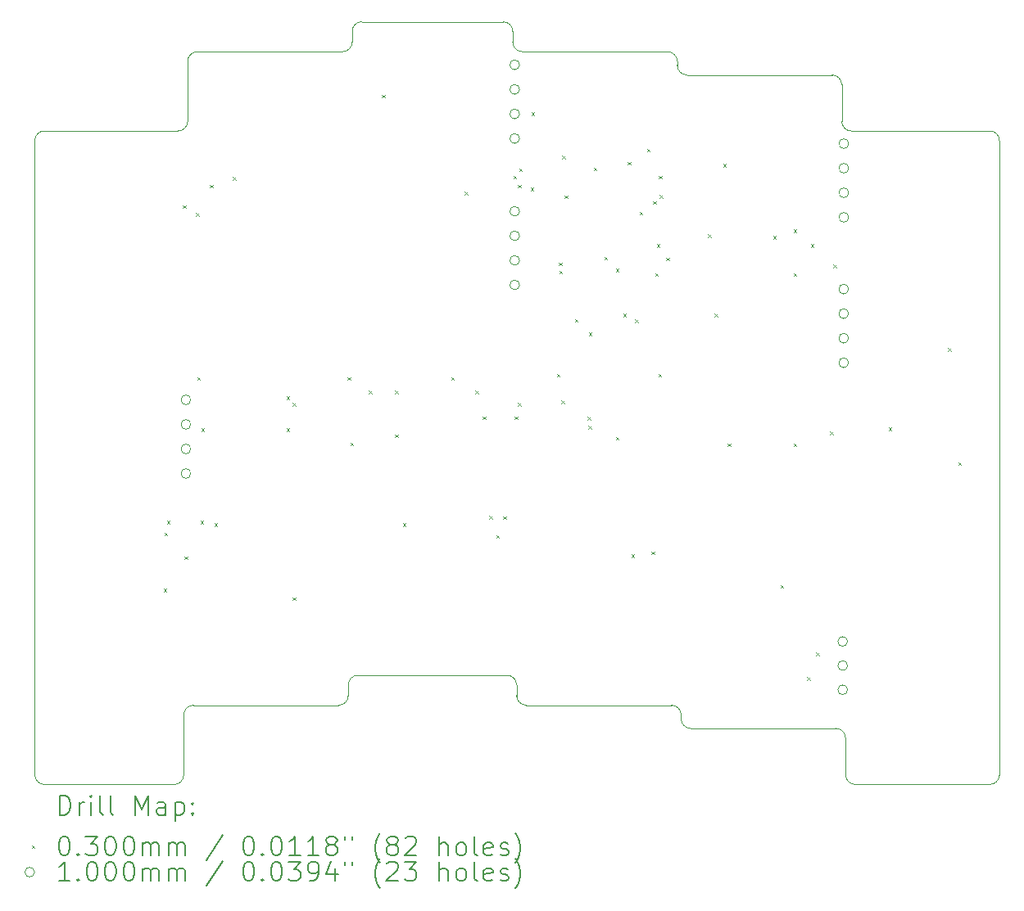
<source format=gbr>
%TF.GenerationSoftware,KiCad,Pcbnew,9.0.0*%
%TF.CreationDate,2025-04-19T15:23:17+09:00*%
%TF.ProjectId,nofy_V2_L,6e6f6679-5f56-4325-9f4c-2e6b69636164,rev?*%
%TF.SameCoordinates,Original*%
%TF.FileFunction,Drillmap*%
%TF.FilePolarity,Positive*%
%FSLAX45Y45*%
G04 Gerber Fmt 4.5, Leading zero omitted, Abs format (unit mm)*
G04 Created by KiCad (PCBNEW 9.0.0) date 2025-04-19 15:23:17*
%MOMM*%
%LPD*%
G01*
G04 APERTURE LIST*
%ADD10C,0.050000*%
%ADD11C,0.200000*%
%ADD12C,0.100000*%
G04 APERTURE END LIST*
D10*
X3266786Y-9873214D02*
G75*
G02*
X3366786Y-9773207I100004J4D01*
G01*
X10006787Y-10013214D02*
G75*
G02*
X10106787Y-10113214I4J-99997D01*
G01*
X8466787Y-3253213D02*
X9966787Y-3253213D01*
X8466787Y-3253213D02*
G75*
G02*
X8366786Y-3153213I4J100004D01*
G01*
X8306786Y-9773214D02*
G75*
G02*
X8406787Y-9873214I4J-99997D01*
G01*
X6666786Y-2803213D02*
X6666786Y-2913213D01*
X8506787Y-10013214D02*
G75*
G02*
X8406787Y-9913214I4J100004D01*
G01*
X1826786Y-10593214D02*
G75*
G02*
X1726786Y-10493214I4J100004D01*
G01*
X5006787Y-2803213D02*
G75*
G02*
X5106787Y-2703207I100004J4D01*
G01*
X11596786Y-3833213D02*
X10166787Y-3833213D01*
X6766786Y-3013213D02*
G75*
G02*
X6666786Y-2913213I4J100004D01*
G01*
X5106787Y-2703214D02*
X6566786Y-2703214D01*
X1826786Y-3833213D02*
X3206786Y-3833213D01*
X8266786Y-3013213D02*
G75*
G02*
X8366786Y-3113213I4J-99997D01*
G01*
X6766786Y-3013213D02*
X8266786Y-3013213D01*
X1726786Y-3933213D02*
G75*
G02*
X1826786Y-3833213I100000J1D01*
G01*
X6566786Y-2703214D02*
G75*
G02*
X6666786Y-2803213I4J-99996D01*
G01*
X3266786Y-9873214D02*
X3266786Y-10493214D01*
X10066787Y-3353213D02*
X10066787Y-3732838D01*
X5006787Y-2913213D02*
X5006787Y-2803213D01*
X10166787Y-3833213D02*
G75*
G02*
X10066787Y-3733213I4J100004D01*
G01*
X9966787Y-3253213D02*
G75*
G02*
X10066787Y-3353213I4J-99997D01*
G01*
X8306786Y-9773214D02*
X6806786Y-9773214D01*
X3306786Y-3733213D02*
G75*
G02*
X3206786Y-3833206I-99997J3D01*
G01*
X1726786Y-10493214D02*
X1726786Y-3933213D01*
X4966787Y-9673214D02*
G75*
G02*
X4866787Y-9773207I-99997J4D01*
G01*
X4866787Y-9773214D02*
X3366786Y-9773214D01*
X6706786Y-9673214D02*
X6706786Y-9563214D01*
X3306786Y-3733213D02*
X3306786Y-3113213D01*
X6606786Y-9463214D02*
G75*
G02*
X6706786Y-9563214I4J-99997D01*
G01*
X11596786Y-3833213D02*
G75*
G02*
X11696786Y-3933213I4J-99997D01*
G01*
X11596786Y-10593214D02*
X10206787Y-10593214D01*
X3266786Y-10493214D02*
G75*
G02*
X3166786Y-10593207I-99997J4D01*
G01*
X10206787Y-10593214D02*
G75*
G02*
X10106787Y-10493214I4J100004D01*
G01*
X4966787Y-9563214D02*
G75*
G02*
X5066787Y-9463207I100004J4D01*
G01*
X4966787Y-9563214D02*
X4966787Y-9673214D01*
X10006787Y-10013214D02*
X8506787Y-10013214D01*
X10106787Y-10493214D02*
X10106787Y-10113214D01*
X11696786Y-10493214D02*
G75*
G02*
X11596786Y-10593207I-99997J4D01*
G01*
X5006787Y-2913213D02*
G75*
G02*
X4906787Y-3013206I-99997J4D01*
G01*
X3406786Y-3013213D02*
X4906787Y-3013213D01*
X3306786Y-3113213D02*
G75*
G02*
X3406786Y-3013206I100004J4D01*
G01*
X8406787Y-9913214D02*
X8406787Y-9873214D01*
X3166786Y-10593214D02*
X1826786Y-10593214D01*
X11696786Y-10493214D02*
X11696786Y-3933213D01*
X8366786Y-3113213D02*
X8366786Y-3153213D01*
X6606786Y-9463214D02*
X5066787Y-9463214D01*
X6806786Y-9773214D02*
G75*
G02*
X6706786Y-9673214I4J100004D01*
G01*
D11*
D12*
X3057998Y-8569551D02*
X3087998Y-8599551D01*
X3087998Y-8569551D02*
X3057998Y-8599551D01*
X3064796Y-7987883D02*
X3094796Y-8017883D01*
X3094796Y-7987883D02*
X3064796Y-8017883D01*
X3093626Y-7865243D02*
X3123626Y-7895243D01*
X3123626Y-7865243D02*
X3093626Y-7895243D01*
X3256786Y-4603214D02*
X3286786Y-4633214D01*
X3286786Y-4603214D02*
X3256786Y-4633214D01*
X3275706Y-8235013D02*
X3305706Y-8265013D01*
X3305706Y-8235013D02*
X3275706Y-8265013D01*
X3394016Y-4682254D02*
X3424016Y-4712254D01*
X3424016Y-4682254D02*
X3394016Y-4712254D01*
X3406696Y-6378413D02*
X3436696Y-6408413D01*
X3436696Y-6378413D02*
X3406696Y-6408413D01*
X3438736Y-7865243D02*
X3468736Y-7895243D01*
X3468736Y-7865243D02*
X3438736Y-7895243D01*
X3446666Y-6906353D02*
X3476666Y-6936353D01*
X3476666Y-6906353D02*
X3446666Y-6936353D01*
X3535096Y-4389224D02*
X3565096Y-4419224D01*
X3565096Y-4389224D02*
X3535096Y-4419224D01*
X3583516Y-7891823D02*
X3613516Y-7921823D01*
X3613516Y-7891823D02*
X3583516Y-7921823D01*
X3774286Y-4307044D02*
X3804286Y-4337044D01*
X3804286Y-4307044D02*
X3774286Y-4337044D01*
X4328137Y-6580243D02*
X4358137Y-6610243D01*
X4358137Y-6580243D02*
X4328137Y-6610243D01*
X4328137Y-6906353D02*
X4358137Y-6936353D01*
X4358137Y-6906353D02*
X4328137Y-6936353D01*
X4393637Y-6645423D02*
X4423637Y-6675423D01*
X4423637Y-6645423D02*
X4393637Y-6675423D01*
X4393637Y-8658044D02*
X4423637Y-8688044D01*
X4423637Y-8658044D02*
X4393637Y-8688044D01*
X4956787Y-6378413D02*
X4986787Y-6408413D01*
X4986787Y-6378413D02*
X4956787Y-6408413D01*
X4986787Y-7055953D02*
X5016787Y-7085953D01*
X5016787Y-7055953D02*
X4986787Y-7085953D01*
X5179967Y-6520063D02*
X5209967Y-6550063D01*
X5209967Y-6520063D02*
X5179967Y-6550063D01*
X5316787Y-3458213D02*
X5346787Y-3488213D01*
X5346787Y-3458213D02*
X5316787Y-3488213D01*
X5450667Y-6520063D02*
X5480667Y-6550063D01*
X5480667Y-6520063D02*
X5450667Y-6550063D01*
X5450667Y-6972573D02*
X5480667Y-7002573D01*
X5480667Y-6972573D02*
X5450667Y-7002573D01*
X5531547Y-7891823D02*
X5561547Y-7921823D01*
X5561547Y-7891823D02*
X5531547Y-7921823D01*
X6030046Y-6378413D02*
X6060046Y-6408413D01*
X6060046Y-6378413D02*
X6030046Y-6408413D01*
X6169286Y-4462924D02*
X6199286Y-4492924D01*
X6199286Y-4462924D02*
X6169286Y-4492924D01*
X6277796Y-6520063D02*
X6307796Y-6550063D01*
X6307796Y-6520063D02*
X6277796Y-6550063D01*
X6355576Y-6783853D02*
X6385576Y-6813853D01*
X6385576Y-6783853D02*
X6355576Y-6813853D01*
X6421786Y-7813213D02*
X6451786Y-7843213D01*
X6451786Y-7813213D02*
X6421786Y-7843213D01*
X6496196Y-8014943D02*
X6526196Y-8044943D01*
X6526196Y-8014943D02*
X6496196Y-8044943D01*
X6566786Y-7818213D02*
X6596786Y-7848213D01*
X6596786Y-7818213D02*
X6566786Y-7848213D01*
X6671786Y-4295524D02*
X6701786Y-4325524D01*
X6701786Y-4295524D02*
X6671786Y-4325524D01*
X6686626Y-6783853D02*
X6716626Y-6813853D01*
X6716626Y-6783853D02*
X6686626Y-6813853D01*
X6718896Y-6645423D02*
X6748896Y-6675423D01*
X6748896Y-6645423D02*
X6718896Y-6675423D01*
X6722306Y-4389224D02*
X6752306Y-4419224D01*
X6752306Y-4389224D02*
X6722306Y-4419224D01*
X6732786Y-4218834D02*
X6762786Y-4248834D01*
X6762786Y-4218834D02*
X6732786Y-4248834D01*
X6852956Y-4418214D02*
X6882956Y-4448214D01*
X6882956Y-4418214D02*
X6852956Y-4448214D01*
X6861496Y-3642213D02*
X6891496Y-3672213D01*
X6891496Y-3642213D02*
X6861496Y-3672213D01*
X7122316Y-6344773D02*
X7152316Y-6374773D01*
X7152316Y-6344773D02*
X7122316Y-6374773D01*
X7142466Y-5195554D02*
X7172466Y-5225554D01*
X7172466Y-5195554D02*
X7142466Y-5225554D01*
X7145796Y-5278124D02*
X7175796Y-5308124D01*
X7175796Y-5278124D02*
X7145796Y-5308124D01*
X7171106Y-6620413D02*
X7201106Y-6650413D01*
X7201106Y-6620413D02*
X7171106Y-6650413D01*
X7177676Y-4090293D02*
X7207676Y-4120293D01*
X7207676Y-4090293D02*
X7177676Y-4120293D01*
X7202636Y-4500714D02*
X7232636Y-4530714D01*
X7232636Y-4500714D02*
X7202636Y-4530714D01*
X7306946Y-5778213D02*
X7336946Y-5808213D01*
X7336946Y-5778213D02*
X7306946Y-5808213D01*
X7440000Y-6790000D02*
X7470000Y-6820000D01*
X7470000Y-6790000D02*
X7440000Y-6820000D01*
X7446021Y-6880874D02*
X7476021Y-6910874D01*
X7476021Y-6880874D02*
X7446021Y-6910874D01*
X7454131Y-5917083D02*
X7484131Y-5947083D01*
X7484131Y-5917083D02*
X7454131Y-5947083D01*
X7504086Y-4211564D02*
X7534086Y-4241564D01*
X7534086Y-4211564D02*
X7504086Y-4241564D01*
X7614466Y-5134824D02*
X7644466Y-5164824D01*
X7644466Y-5134824D02*
X7614466Y-5164824D01*
X7730556Y-5256414D02*
X7760556Y-5286414D01*
X7760556Y-5256414D02*
X7730556Y-5286414D01*
X7733526Y-6998673D02*
X7763526Y-7028673D01*
X7763526Y-6998673D02*
X7733526Y-7028673D01*
X7807476Y-5721693D02*
X7837476Y-5751693D01*
X7837476Y-5721693D02*
X7807476Y-5751693D01*
X7854846Y-4151393D02*
X7884846Y-4181393D01*
X7884846Y-4151393D02*
X7854846Y-4181393D01*
X7892846Y-8212433D02*
X7922846Y-8242433D01*
X7922846Y-8212433D02*
X7892846Y-8242433D01*
X7929286Y-5783213D02*
X7959286Y-5813213D01*
X7959286Y-5783213D02*
X7929286Y-5813213D01*
X7976666Y-4667474D02*
X8006666Y-4697474D01*
X8006666Y-4667474D02*
X7976666Y-4697474D01*
X8053216Y-4016303D02*
X8083216Y-4046303D01*
X8083216Y-4016303D02*
X8053216Y-4046303D01*
X8098846Y-8181673D02*
X8128846Y-8211673D01*
X8128846Y-8181673D02*
X8098846Y-8211673D01*
X8116526Y-4560884D02*
X8146526Y-4590884D01*
X8146526Y-4560884D02*
X8116526Y-4590884D01*
X8137826Y-5303384D02*
X8167826Y-5333384D01*
X8167826Y-5303384D02*
X8137826Y-5333384D01*
X8153946Y-5004734D02*
X8183946Y-5034734D01*
X8183946Y-5004734D02*
X8153946Y-5034734D01*
X8172806Y-6344773D02*
X8202806Y-6374773D01*
X8202806Y-6344773D02*
X8172806Y-6374773D01*
X8176526Y-4295524D02*
X8206526Y-4325524D01*
X8206526Y-4295524D02*
X8176526Y-4325524D01*
X8183326Y-4493194D02*
X8213326Y-4523194D01*
X8213326Y-4493194D02*
X8183326Y-4523194D01*
X8254136Y-5141984D02*
X8284136Y-5171984D01*
X8284136Y-5141984D02*
X8254136Y-5171984D01*
X8683297Y-4902714D02*
X8713297Y-4932714D01*
X8713297Y-4902714D02*
X8683297Y-4932714D01*
X8750827Y-5721693D02*
X8780827Y-5751693D01*
X8780827Y-5721693D02*
X8750827Y-5751693D01*
X8840127Y-4175023D02*
X8870127Y-4205024D01*
X8870127Y-4175023D02*
X8840127Y-4205024D01*
X8887197Y-7064663D02*
X8917197Y-7094663D01*
X8917197Y-7064663D02*
X8887197Y-7094663D01*
X9356787Y-4919094D02*
X9386787Y-4949094D01*
X9386787Y-4919094D02*
X9356787Y-4949094D01*
X9431787Y-8528214D02*
X9461787Y-8558214D01*
X9461787Y-8528214D02*
X9431787Y-8558214D01*
X9568037Y-4849904D02*
X9598037Y-4879904D01*
X9598037Y-4849904D02*
X9568037Y-4879904D01*
X9569287Y-5303384D02*
X9599287Y-5333384D01*
X9599287Y-5303384D02*
X9569287Y-5333384D01*
X9569287Y-7064663D02*
X9599287Y-7094663D01*
X9599287Y-7064663D02*
X9569287Y-7094663D01*
X9706787Y-9483214D02*
X9736787Y-9513214D01*
X9736787Y-9483214D02*
X9706787Y-9513214D01*
X9747777Y-5004734D02*
X9777777Y-5034734D01*
X9777777Y-5004734D02*
X9747777Y-5034734D01*
X9801787Y-9228214D02*
X9831787Y-9258214D01*
X9831787Y-9228214D02*
X9801787Y-9258214D01*
X9945277Y-6941303D02*
X9975277Y-6971303D01*
X9975277Y-6941303D02*
X9945277Y-6971303D01*
X9978287Y-5213634D02*
X10008287Y-5243634D01*
X10008287Y-5213634D02*
X9978287Y-5243634D01*
X10550407Y-6898383D02*
X10580407Y-6928383D01*
X10580407Y-6898383D02*
X10550407Y-6928383D01*
X11166737Y-6077383D02*
X11196736Y-6107383D01*
X11196736Y-6077383D02*
X11166737Y-6107383D01*
X11269286Y-7258243D02*
X11299286Y-7288243D01*
X11299286Y-7258243D02*
X11269286Y-7288243D01*
X3338286Y-6613713D02*
G75*
G02*
X3238286Y-6613713I-50000J0D01*
G01*
X3238286Y-6613713D02*
G75*
G02*
X3338286Y-6613713I50000J0D01*
G01*
X3338286Y-6867713D02*
G75*
G02*
X3238286Y-6867713I-50000J0D01*
G01*
X3238286Y-6867713D02*
G75*
G02*
X3338286Y-6867713I50000J0D01*
G01*
X3338286Y-7121713D02*
G75*
G02*
X3238286Y-7121713I-50000J0D01*
G01*
X3238286Y-7121713D02*
G75*
G02*
X3338286Y-7121713I50000J0D01*
G01*
X3338286Y-7375713D02*
G75*
G02*
X3238286Y-7375713I-50000J0D01*
G01*
X3238286Y-7375713D02*
G75*
G02*
X3338286Y-7375713I50000J0D01*
G01*
X6736786Y-3149213D02*
G75*
G02*
X6636786Y-3149213I-50000J0D01*
G01*
X6636786Y-3149213D02*
G75*
G02*
X6736786Y-3149213I50000J0D01*
G01*
X6736786Y-3403213D02*
G75*
G02*
X6636786Y-3403213I-50000J0D01*
G01*
X6636786Y-3403213D02*
G75*
G02*
X6736786Y-3403213I50000J0D01*
G01*
X6736786Y-3657213D02*
G75*
G02*
X6636786Y-3657213I-50000J0D01*
G01*
X6636786Y-3657213D02*
G75*
G02*
X6736786Y-3657213I50000J0D01*
G01*
X6736786Y-3911213D02*
G75*
G02*
X6636786Y-3911213I-50000J0D01*
G01*
X6636786Y-3911213D02*
G75*
G02*
X6736786Y-3911213I50000J0D01*
G01*
X6736786Y-4663714D02*
G75*
G02*
X6636786Y-4663714I-50000J0D01*
G01*
X6636786Y-4663714D02*
G75*
G02*
X6736786Y-4663714I50000J0D01*
G01*
X6736786Y-4917714D02*
G75*
G02*
X6636786Y-4917714I-50000J0D01*
G01*
X6636786Y-4917714D02*
G75*
G02*
X6736786Y-4917714I50000J0D01*
G01*
X6736786Y-5171714D02*
G75*
G02*
X6636786Y-5171714I-50000J0D01*
G01*
X6636786Y-5171714D02*
G75*
G02*
X6736786Y-5171714I50000J0D01*
G01*
X6736786Y-5425714D02*
G75*
G02*
X6636786Y-5425714I-50000J0D01*
G01*
X6636786Y-5425714D02*
G75*
G02*
X6736786Y-5425714I50000J0D01*
G01*
X10126787Y-9113214D02*
G75*
G02*
X10026787Y-9113214I-50000J0D01*
G01*
X10026787Y-9113214D02*
G75*
G02*
X10126787Y-9113214I50000J0D01*
G01*
X10126787Y-9363214D02*
G75*
G02*
X10026787Y-9363214I-50000J0D01*
G01*
X10026787Y-9363214D02*
G75*
G02*
X10126787Y-9363214I50000J0D01*
G01*
X10126787Y-9613214D02*
G75*
G02*
X10026787Y-9613214I-50000J0D01*
G01*
X10026787Y-9613214D02*
G75*
G02*
X10126787Y-9613214I50000J0D01*
G01*
X10136787Y-5469214D02*
G75*
G02*
X10036787Y-5469214I-50000J0D01*
G01*
X10036787Y-5469214D02*
G75*
G02*
X10136787Y-5469214I50000J0D01*
G01*
X10136787Y-5723213D02*
G75*
G02*
X10036787Y-5723213I-50000J0D01*
G01*
X10036787Y-5723213D02*
G75*
G02*
X10136787Y-5723213I50000J0D01*
G01*
X10136787Y-5977213D02*
G75*
G02*
X10036787Y-5977213I-50000J0D01*
G01*
X10036787Y-5977213D02*
G75*
G02*
X10136787Y-5977213I50000J0D01*
G01*
X10136787Y-6231213D02*
G75*
G02*
X10036787Y-6231213I-50000J0D01*
G01*
X10036787Y-6231213D02*
G75*
G02*
X10136787Y-6231213I50000J0D01*
G01*
X10138287Y-3963713D02*
G75*
G02*
X10038287Y-3963713I-50000J0D01*
G01*
X10038287Y-3963713D02*
G75*
G02*
X10138287Y-3963713I50000J0D01*
G01*
X10138287Y-4217714D02*
G75*
G02*
X10038287Y-4217714I-50000J0D01*
G01*
X10038287Y-4217714D02*
G75*
G02*
X10138287Y-4217714I50000J0D01*
G01*
X10138287Y-4471714D02*
G75*
G02*
X10038287Y-4471714I-50000J0D01*
G01*
X10038287Y-4471714D02*
G75*
G02*
X10138287Y-4471714I50000J0D01*
G01*
X10138287Y-4725714D02*
G75*
G02*
X10038287Y-4725714I-50000J0D01*
G01*
X10038287Y-4725714D02*
G75*
G02*
X10138287Y-4725714I50000J0D01*
G01*
D11*
X1985063Y-10907197D02*
X1985063Y-10707197D01*
X1985063Y-10707197D02*
X2032682Y-10707197D01*
X2032682Y-10707197D02*
X2061254Y-10716721D01*
X2061254Y-10716721D02*
X2080301Y-10735769D01*
X2080301Y-10735769D02*
X2089825Y-10754816D01*
X2089825Y-10754816D02*
X2099349Y-10792912D01*
X2099349Y-10792912D02*
X2099349Y-10821483D01*
X2099349Y-10821483D02*
X2089825Y-10859578D01*
X2089825Y-10859578D02*
X2080301Y-10878626D01*
X2080301Y-10878626D02*
X2061254Y-10897674D01*
X2061254Y-10897674D02*
X2032682Y-10907197D01*
X2032682Y-10907197D02*
X1985063Y-10907197D01*
X2185063Y-10907197D02*
X2185063Y-10773864D01*
X2185063Y-10811959D02*
X2194587Y-10792912D01*
X2194587Y-10792912D02*
X2204111Y-10783388D01*
X2204111Y-10783388D02*
X2223159Y-10773864D01*
X2223159Y-10773864D02*
X2242206Y-10773864D01*
X2308873Y-10907197D02*
X2308873Y-10773864D01*
X2308873Y-10707197D02*
X2299349Y-10716721D01*
X2299349Y-10716721D02*
X2308873Y-10726245D01*
X2308873Y-10726245D02*
X2318397Y-10716721D01*
X2318397Y-10716721D02*
X2308873Y-10707197D01*
X2308873Y-10707197D02*
X2308873Y-10726245D01*
X2432682Y-10907197D02*
X2413635Y-10897674D01*
X2413635Y-10897674D02*
X2404111Y-10878626D01*
X2404111Y-10878626D02*
X2404111Y-10707197D01*
X2537444Y-10907197D02*
X2518397Y-10897674D01*
X2518397Y-10897674D02*
X2508873Y-10878626D01*
X2508873Y-10878626D02*
X2508873Y-10707197D01*
X2766016Y-10907197D02*
X2766016Y-10707197D01*
X2766016Y-10707197D02*
X2832682Y-10850054D01*
X2832682Y-10850054D02*
X2899349Y-10707197D01*
X2899349Y-10707197D02*
X2899349Y-10907197D01*
X3080301Y-10907197D02*
X3080301Y-10802435D01*
X3080301Y-10802435D02*
X3070778Y-10783388D01*
X3070778Y-10783388D02*
X3051730Y-10773864D01*
X3051730Y-10773864D02*
X3013635Y-10773864D01*
X3013635Y-10773864D02*
X2994587Y-10783388D01*
X3080301Y-10897674D02*
X3061254Y-10907197D01*
X3061254Y-10907197D02*
X3013635Y-10907197D01*
X3013635Y-10907197D02*
X2994587Y-10897674D01*
X2994587Y-10897674D02*
X2985063Y-10878626D01*
X2985063Y-10878626D02*
X2985063Y-10859578D01*
X2985063Y-10859578D02*
X2994587Y-10840531D01*
X2994587Y-10840531D02*
X3013635Y-10831007D01*
X3013635Y-10831007D02*
X3061254Y-10831007D01*
X3061254Y-10831007D02*
X3080301Y-10821483D01*
X3175539Y-10773864D02*
X3175539Y-10973864D01*
X3175539Y-10783388D02*
X3194587Y-10773864D01*
X3194587Y-10773864D02*
X3232682Y-10773864D01*
X3232682Y-10773864D02*
X3251730Y-10783388D01*
X3251730Y-10783388D02*
X3261254Y-10792912D01*
X3261254Y-10792912D02*
X3270778Y-10811959D01*
X3270778Y-10811959D02*
X3270778Y-10869102D01*
X3270778Y-10869102D02*
X3261254Y-10888150D01*
X3261254Y-10888150D02*
X3251730Y-10897674D01*
X3251730Y-10897674D02*
X3232682Y-10907197D01*
X3232682Y-10907197D02*
X3194587Y-10907197D01*
X3194587Y-10907197D02*
X3175539Y-10897674D01*
X3356492Y-10888150D02*
X3366016Y-10897674D01*
X3366016Y-10897674D02*
X3356492Y-10907197D01*
X3356492Y-10907197D02*
X3346968Y-10897674D01*
X3346968Y-10897674D02*
X3356492Y-10888150D01*
X3356492Y-10888150D02*
X3356492Y-10907197D01*
X3356492Y-10783388D02*
X3366016Y-10792912D01*
X3366016Y-10792912D02*
X3356492Y-10802435D01*
X3356492Y-10802435D02*
X3346968Y-10792912D01*
X3346968Y-10792912D02*
X3356492Y-10783388D01*
X3356492Y-10783388D02*
X3356492Y-10802435D01*
D12*
X1694286Y-11220713D02*
X1724286Y-11250713D01*
X1724286Y-11220713D02*
X1694286Y-11250713D01*
D11*
X2023158Y-11127197D02*
X2042206Y-11127197D01*
X2042206Y-11127197D02*
X2061254Y-11136721D01*
X2061254Y-11136721D02*
X2070778Y-11146245D01*
X2070778Y-11146245D02*
X2080301Y-11165293D01*
X2080301Y-11165293D02*
X2089825Y-11203388D01*
X2089825Y-11203388D02*
X2089825Y-11251007D01*
X2089825Y-11251007D02*
X2080301Y-11289102D01*
X2080301Y-11289102D02*
X2070778Y-11308150D01*
X2070778Y-11308150D02*
X2061254Y-11317673D01*
X2061254Y-11317673D02*
X2042206Y-11327197D01*
X2042206Y-11327197D02*
X2023158Y-11327197D01*
X2023158Y-11327197D02*
X2004111Y-11317673D01*
X2004111Y-11317673D02*
X1994587Y-11308150D01*
X1994587Y-11308150D02*
X1985063Y-11289102D01*
X1985063Y-11289102D02*
X1975539Y-11251007D01*
X1975539Y-11251007D02*
X1975539Y-11203388D01*
X1975539Y-11203388D02*
X1985063Y-11165293D01*
X1985063Y-11165293D02*
X1994587Y-11146245D01*
X1994587Y-11146245D02*
X2004111Y-11136721D01*
X2004111Y-11136721D02*
X2023158Y-11127197D01*
X2175540Y-11308150D02*
X2185063Y-11317673D01*
X2185063Y-11317673D02*
X2175540Y-11327197D01*
X2175540Y-11327197D02*
X2166016Y-11317673D01*
X2166016Y-11317673D02*
X2175540Y-11308150D01*
X2175540Y-11308150D02*
X2175540Y-11327197D01*
X2251730Y-11127197D02*
X2375540Y-11127197D01*
X2375540Y-11127197D02*
X2308873Y-11203388D01*
X2308873Y-11203388D02*
X2337444Y-11203388D01*
X2337444Y-11203388D02*
X2356492Y-11212911D01*
X2356492Y-11212911D02*
X2366016Y-11222435D01*
X2366016Y-11222435D02*
X2375540Y-11241483D01*
X2375540Y-11241483D02*
X2375540Y-11289102D01*
X2375540Y-11289102D02*
X2366016Y-11308150D01*
X2366016Y-11308150D02*
X2356492Y-11317673D01*
X2356492Y-11317673D02*
X2337444Y-11327197D01*
X2337444Y-11327197D02*
X2280301Y-11327197D01*
X2280301Y-11327197D02*
X2261254Y-11317673D01*
X2261254Y-11317673D02*
X2251730Y-11308150D01*
X2499349Y-11127197D02*
X2518397Y-11127197D01*
X2518397Y-11127197D02*
X2537444Y-11136721D01*
X2537444Y-11136721D02*
X2546968Y-11146245D01*
X2546968Y-11146245D02*
X2556492Y-11165293D01*
X2556492Y-11165293D02*
X2566016Y-11203388D01*
X2566016Y-11203388D02*
X2566016Y-11251007D01*
X2566016Y-11251007D02*
X2556492Y-11289102D01*
X2556492Y-11289102D02*
X2546968Y-11308150D01*
X2546968Y-11308150D02*
X2537444Y-11317673D01*
X2537444Y-11317673D02*
X2518397Y-11327197D01*
X2518397Y-11327197D02*
X2499349Y-11327197D01*
X2499349Y-11327197D02*
X2480301Y-11317673D01*
X2480301Y-11317673D02*
X2470778Y-11308150D01*
X2470778Y-11308150D02*
X2461254Y-11289102D01*
X2461254Y-11289102D02*
X2451730Y-11251007D01*
X2451730Y-11251007D02*
X2451730Y-11203388D01*
X2451730Y-11203388D02*
X2461254Y-11165293D01*
X2461254Y-11165293D02*
X2470778Y-11146245D01*
X2470778Y-11146245D02*
X2480301Y-11136721D01*
X2480301Y-11136721D02*
X2499349Y-11127197D01*
X2689825Y-11127197D02*
X2708873Y-11127197D01*
X2708873Y-11127197D02*
X2727921Y-11136721D01*
X2727921Y-11136721D02*
X2737444Y-11146245D01*
X2737444Y-11146245D02*
X2746968Y-11165293D01*
X2746968Y-11165293D02*
X2756492Y-11203388D01*
X2756492Y-11203388D02*
X2756492Y-11251007D01*
X2756492Y-11251007D02*
X2746968Y-11289102D01*
X2746968Y-11289102D02*
X2737444Y-11308150D01*
X2737444Y-11308150D02*
X2727921Y-11317673D01*
X2727921Y-11317673D02*
X2708873Y-11327197D01*
X2708873Y-11327197D02*
X2689825Y-11327197D01*
X2689825Y-11327197D02*
X2670778Y-11317673D01*
X2670778Y-11317673D02*
X2661254Y-11308150D01*
X2661254Y-11308150D02*
X2651730Y-11289102D01*
X2651730Y-11289102D02*
X2642206Y-11251007D01*
X2642206Y-11251007D02*
X2642206Y-11203388D01*
X2642206Y-11203388D02*
X2651730Y-11165293D01*
X2651730Y-11165293D02*
X2661254Y-11146245D01*
X2661254Y-11146245D02*
X2670778Y-11136721D01*
X2670778Y-11136721D02*
X2689825Y-11127197D01*
X2842206Y-11327197D02*
X2842206Y-11193864D01*
X2842206Y-11212911D02*
X2851730Y-11203388D01*
X2851730Y-11203388D02*
X2870778Y-11193864D01*
X2870778Y-11193864D02*
X2899349Y-11193864D01*
X2899349Y-11193864D02*
X2918397Y-11203388D01*
X2918397Y-11203388D02*
X2927920Y-11222435D01*
X2927920Y-11222435D02*
X2927920Y-11327197D01*
X2927920Y-11222435D02*
X2937444Y-11203388D01*
X2937444Y-11203388D02*
X2956492Y-11193864D01*
X2956492Y-11193864D02*
X2985063Y-11193864D01*
X2985063Y-11193864D02*
X3004111Y-11203388D01*
X3004111Y-11203388D02*
X3013635Y-11222435D01*
X3013635Y-11222435D02*
X3013635Y-11327197D01*
X3108873Y-11327197D02*
X3108873Y-11193864D01*
X3108873Y-11212911D02*
X3118397Y-11203388D01*
X3118397Y-11203388D02*
X3137444Y-11193864D01*
X3137444Y-11193864D02*
X3166016Y-11193864D01*
X3166016Y-11193864D02*
X3185063Y-11203388D01*
X3185063Y-11203388D02*
X3194587Y-11222435D01*
X3194587Y-11222435D02*
X3194587Y-11327197D01*
X3194587Y-11222435D02*
X3204111Y-11203388D01*
X3204111Y-11203388D02*
X3223159Y-11193864D01*
X3223159Y-11193864D02*
X3251730Y-11193864D01*
X3251730Y-11193864D02*
X3270778Y-11203388D01*
X3270778Y-11203388D02*
X3280301Y-11222435D01*
X3280301Y-11222435D02*
X3280301Y-11327197D01*
X3670778Y-11117674D02*
X3499349Y-11374816D01*
X3927921Y-11127197D02*
X3946968Y-11127197D01*
X3946968Y-11127197D02*
X3966016Y-11136721D01*
X3966016Y-11136721D02*
X3975540Y-11146245D01*
X3975540Y-11146245D02*
X3985063Y-11165293D01*
X3985063Y-11165293D02*
X3994587Y-11203388D01*
X3994587Y-11203388D02*
X3994587Y-11251007D01*
X3994587Y-11251007D02*
X3985063Y-11289102D01*
X3985063Y-11289102D02*
X3975540Y-11308150D01*
X3975540Y-11308150D02*
X3966016Y-11317673D01*
X3966016Y-11317673D02*
X3946968Y-11327197D01*
X3946968Y-11327197D02*
X3927921Y-11327197D01*
X3927921Y-11327197D02*
X3908873Y-11317673D01*
X3908873Y-11317673D02*
X3899349Y-11308150D01*
X3899349Y-11308150D02*
X3889825Y-11289102D01*
X3889825Y-11289102D02*
X3880302Y-11251007D01*
X3880302Y-11251007D02*
X3880302Y-11203388D01*
X3880302Y-11203388D02*
X3889825Y-11165293D01*
X3889825Y-11165293D02*
X3899349Y-11146245D01*
X3899349Y-11146245D02*
X3908873Y-11136721D01*
X3908873Y-11136721D02*
X3927921Y-11127197D01*
X4080302Y-11308150D02*
X4089825Y-11317673D01*
X4089825Y-11317673D02*
X4080302Y-11327197D01*
X4080302Y-11327197D02*
X4070778Y-11317673D01*
X4070778Y-11317673D02*
X4080302Y-11308150D01*
X4080302Y-11308150D02*
X4080302Y-11327197D01*
X4213635Y-11127197D02*
X4232683Y-11127197D01*
X4232683Y-11127197D02*
X4251730Y-11136721D01*
X4251730Y-11136721D02*
X4261254Y-11146245D01*
X4261254Y-11146245D02*
X4270778Y-11165293D01*
X4270778Y-11165293D02*
X4280302Y-11203388D01*
X4280302Y-11203388D02*
X4280302Y-11251007D01*
X4280302Y-11251007D02*
X4270778Y-11289102D01*
X4270778Y-11289102D02*
X4261254Y-11308150D01*
X4261254Y-11308150D02*
X4251730Y-11317673D01*
X4251730Y-11317673D02*
X4232683Y-11327197D01*
X4232683Y-11327197D02*
X4213635Y-11327197D01*
X4213635Y-11327197D02*
X4194587Y-11317673D01*
X4194587Y-11317673D02*
X4185063Y-11308150D01*
X4185063Y-11308150D02*
X4175540Y-11289102D01*
X4175540Y-11289102D02*
X4166016Y-11251007D01*
X4166016Y-11251007D02*
X4166016Y-11203388D01*
X4166016Y-11203388D02*
X4175540Y-11165293D01*
X4175540Y-11165293D02*
X4185063Y-11146245D01*
X4185063Y-11146245D02*
X4194587Y-11136721D01*
X4194587Y-11136721D02*
X4213635Y-11127197D01*
X4470778Y-11327197D02*
X4356492Y-11327197D01*
X4413635Y-11327197D02*
X4413635Y-11127197D01*
X4413635Y-11127197D02*
X4394587Y-11155769D01*
X4394587Y-11155769D02*
X4375540Y-11174816D01*
X4375540Y-11174816D02*
X4356492Y-11184340D01*
X4661254Y-11327197D02*
X4546968Y-11327197D01*
X4604111Y-11327197D02*
X4604111Y-11127197D01*
X4604111Y-11127197D02*
X4585064Y-11155769D01*
X4585064Y-11155769D02*
X4566016Y-11174816D01*
X4566016Y-11174816D02*
X4546968Y-11184340D01*
X4775540Y-11212911D02*
X4756492Y-11203388D01*
X4756492Y-11203388D02*
X4746968Y-11193864D01*
X4746968Y-11193864D02*
X4737445Y-11174816D01*
X4737445Y-11174816D02*
X4737445Y-11165293D01*
X4737445Y-11165293D02*
X4746968Y-11146245D01*
X4746968Y-11146245D02*
X4756492Y-11136721D01*
X4756492Y-11136721D02*
X4775540Y-11127197D01*
X4775540Y-11127197D02*
X4813635Y-11127197D01*
X4813635Y-11127197D02*
X4832683Y-11136721D01*
X4832683Y-11136721D02*
X4842206Y-11146245D01*
X4842206Y-11146245D02*
X4851730Y-11165293D01*
X4851730Y-11165293D02*
X4851730Y-11174816D01*
X4851730Y-11174816D02*
X4842206Y-11193864D01*
X4842206Y-11193864D02*
X4832683Y-11203388D01*
X4832683Y-11203388D02*
X4813635Y-11212911D01*
X4813635Y-11212911D02*
X4775540Y-11212911D01*
X4775540Y-11212911D02*
X4756492Y-11222435D01*
X4756492Y-11222435D02*
X4746968Y-11231959D01*
X4746968Y-11231959D02*
X4737445Y-11251007D01*
X4737445Y-11251007D02*
X4737445Y-11289102D01*
X4737445Y-11289102D02*
X4746968Y-11308150D01*
X4746968Y-11308150D02*
X4756492Y-11317673D01*
X4756492Y-11317673D02*
X4775540Y-11327197D01*
X4775540Y-11327197D02*
X4813635Y-11327197D01*
X4813635Y-11327197D02*
X4832683Y-11317673D01*
X4832683Y-11317673D02*
X4842206Y-11308150D01*
X4842206Y-11308150D02*
X4851730Y-11289102D01*
X4851730Y-11289102D02*
X4851730Y-11251007D01*
X4851730Y-11251007D02*
X4842206Y-11231959D01*
X4842206Y-11231959D02*
X4832683Y-11222435D01*
X4832683Y-11222435D02*
X4813635Y-11212911D01*
X4927921Y-11127197D02*
X4927921Y-11165293D01*
X5004111Y-11127197D02*
X5004111Y-11165293D01*
X5299349Y-11403388D02*
X5289826Y-11393864D01*
X5289826Y-11393864D02*
X5270778Y-11365292D01*
X5270778Y-11365292D02*
X5261254Y-11346245D01*
X5261254Y-11346245D02*
X5251730Y-11317673D01*
X5251730Y-11317673D02*
X5242207Y-11270054D01*
X5242207Y-11270054D02*
X5242207Y-11231959D01*
X5242207Y-11231959D02*
X5251730Y-11184340D01*
X5251730Y-11184340D02*
X5261254Y-11155769D01*
X5261254Y-11155769D02*
X5270778Y-11136721D01*
X5270778Y-11136721D02*
X5289826Y-11108150D01*
X5289826Y-11108150D02*
X5299349Y-11098626D01*
X5404111Y-11212911D02*
X5385064Y-11203388D01*
X5385064Y-11203388D02*
X5375540Y-11193864D01*
X5375540Y-11193864D02*
X5366016Y-11174816D01*
X5366016Y-11174816D02*
X5366016Y-11165293D01*
X5366016Y-11165293D02*
X5375540Y-11146245D01*
X5375540Y-11146245D02*
X5385064Y-11136721D01*
X5385064Y-11136721D02*
X5404111Y-11127197D01*
X5404111Y-11127197D02*
X5442207Y-11127197D01*
X5442207Y-11127197D02*
X5461254Y-11136721D01*
X5461254Y-11136721D02*
X5470778Y-11146245D01*
X5470778Y-11146245D02*
X5480302Y-11165293D01*
X5480302Y-11165293D02*
X5480302Y-11174816D01*
X5480302Y-11174816D02*
X5470778Y-11193864D01*
X5470778Y-11193864D02*
X5461254Y-11203388D01*
X5461254Y-11203388D02*
X5442207Y-11212911D01*
X5442207Y-11212911D02*
X5404111Y-11212911D01*
X5404111Y-11212911D02*
X5385064Y-11222435D01*
X5385064Y-11222435D02*
X5375540Y-11231959D01*
X5375540Y-11231959D02*
X5366016Y-11251007D01*
X5366016Y-11251007D02*
X5366016Y-11289102D01*
X5366016Y-11289102D02*
X5375540Y-11308150D01*
X5375540Y-11308150D02*
X5385064Y-11317673D01*
X5385064Y-11317673D02*
X5404111Y-11327197D01*
X5404111Y-11327197D02*
X5442207Y-11327197D01*
X5442207Y-11327197D02*
X5461254Y-11317673D01*
X5461254Y-11317673D02*
X5470778Y-11308150D01*
X5470778Y-11308150D02*
X5480302Y-11289102D01*
X5480302Y-11289102D02*
X5480302Y-11251007D01*
X5480302Y-11251007D02*
X5470778Y-11231959D01*
X5470778Y-11231959D02*
X5461254Y-11222435D01*
X5461254Y-11222435D02*
X5442207Y-11212911D01*
X5556492Y-11146245D02*
X5566016Y-11136721D01*
X5566016Y-11136721D02*
X5585064Y-11127197D01*
X5585064Y-11127197D02*
X5632683Y-11127197D01*
X5632683Y-11127197D02*
X5651730Y-11136721D01*
X5651730Y-11136721D02*
X5661254Y-11146245D01*
X5661254Y-11146245D02*
X5670778Y-11165293D01*
X5670778Y-11165293D02*
X5670778Y-11184340D01*
X5670778Y-11184340D02*
X5661254Y-11212911D01*
X5661254Y-11212911D02*
X5546968Y-11327197D01*
X5546968Y-11327197D02*
X5670778Y-11327197D01*
X5908873Y-11327197D02*
X5908873Y-11127197D01*
X5994587Y-11327197D02*
X5994587Y-11222435D01*
X5994587Y-11222435D02*
X5985064Y-11203388D01*
X5985064Y-11203388D02*
X5966016Y-11193864D01*
X5966016Y-11193864D02*
X5937445Y-11193864D01*
X5937445Y-11193864D02*
X5918397Y-11203388D01*
X5918397Y-11203388D02*
X5908873Y-11212911D01*
X6118397Y-11327197D02*
X6099349Y-11317673D01*
X6099349Y-11317673D02*
X6089826Y-11308150D01*
X6089826Y-11308150D02*
X6080302Y-11289102D01*
X6080302Y-11289102D02*
X6080302Y-11231959D01*
X6080302Y-11231959D02*
X6089826Y-11212911D01*
X6089826Y-11212911D02*
X6099349Y-11203388D01*
X6099349Y-11203388D02*
X6118397Y-11193864D01*
X6118397Y-11193864D02*
X6146968Y-11193864D01*
X6146968Y-11193864D02*
X6166016Y-11203388D01*
X6166016Y-11203388D02*
X6175540Y-11212911D01*
X6175540Y-11212911D02*
X6185064Y-11231959D01*
X6185064Y-11231959D02*
X6185064Y-11289102D01*
X6185064Y-11289102D02*
X6175540Y-11308150D01*
X6175540Y-11308150D02*
X6166016Y-11317673D01*
X6166016Y-11317673D02*
X6146968Y-11327197D01*
X6146968Y-11327197D02*
X6118397Y-11327197D01*
X6299349Y-11327197D02*
X6280302Y-11317673D01*
X6280302Y-11317673D02*
X6270778Y-11298626D01*
X6270778Y-11298626D02*
X6270778Y-11127197D01*
X6451730Y-11317673D02*
X6432683Y-11327197D01*
X6432683Y-11327197D02*
X6394587Y-11327197D01*
X6394587Y-11327197D02*
X6375540Y-11317673D01*
X6375540Y-11317673D02*
X6366016Y-11298626D01*
X6366016Y-11298626D02*
X6366016Y-11222435D01*
X6366016Y-11222435D02*
X6375540Y-11203388D01*
X6375540Y-11203388D02*
X6394587Y-11193864D01*
X6394587Y-11193864D02*
X6432683Y-11193864D01*
X6432683Y-11193864D02*
X6451730Y-11203388D01*
X6451730Y-11203388D02*
X6461254Y-11222435D01*
X6461254Y-11222435D02*
X6461254Y-11241483D01*
X6461254Y-11241483D02*
X6366016Y-11260531D01*
X6537445Y-11317673D02*
X6556492Y-11327197D01*
X6556492Y-11327197D02*
X6594587Y-11327197D01*
X6594587Y-11327197D02*
X6613635Y-11317673D01*
X6613635Y-11317673D02*
X6623159Y-11298626D01*
X6623159Y-11298626D02*
X6623159Y-11289102D01*
X6623159Y-11289102D02*
X6613635Y-11270054D01*
X6613635Y-11270054D02*
X6594587Y-11260531D01*
X6594587Y-11260531D02*
X6566016Y-11260531D01*
X6566016Y-11260531D02*
X6546968Y-11251007D01*
X6546968Y-11251007D02*
X6537445Y-11231959D01*
X6537445Y-11231959D02*
X6537445Y-11222435D01*
X6537445Y-11222435D02*
X6546968Y-11203388D01*
X6546968Y-11203388D02*
X6566016Y-11193864D01*
X6566016Y-11193864D02*
X6594587Y-11193864D01*
X6594587Y-11193864D02*
X6613635Y-11203388D01*
X6689826Y-11403388D02*
X6699349Y-11393864D01*
X6699349Y-11393864D02*
X6718397Y-11365292D01*
X6718397Y-11365292D02*
X6727921Y-11346245D01*
X6727921Y-11346245D02*
X6737445Y-11317673D01*
X6737445Y-11317673D02*
X6746968Y-11270054D01*
X6746968Y-11270054D02*
X6746968Y-11231959D01*
X6746968Y-11231959D02*
X6737445Y-11184340D01*
X6737445Y-11184340D02*
X6727921Y-11155769D01*
X6727921Y-11155769D02*
X6718397Y-11136721D01*
X6718397Y-11136721D02*
X6699349Y-11108150D01*
X6699349Y-11108150D02*
X6689826Y-11098626D01*
D12*
X1724286Y-11499713D02*
G75*
G02*
X1624286Y-11499713I-50000J0D01*
G01*
X1624286Y-11499713D02*
G75*
G02*
X1724286Y-11499713I50000J0D01*
G01*
D11*
X2089825Y-11591197D02*
X1975539Y-11591197D01*
X2032682Y-11591197D02*
X2032682Y-11391197D01*
X2032682Y-11391197D02*
X2013635Y-11419769D01*
X2013635Y-11419769D02*
X1994587Y-11438816D01*
X1994587Y-11438816D02*
X1975539Y-11448340D01*
X2175540Y-11572150D02*
X2185063Y-11581673D01*
X2185063Y-11581673D02*
X2175540Y-11591197D01*
X2175540Y-11591197D02*
X2166016Y-11581673D01*
X2166016Y-11581673D02*
X2175540Y-11572150D01*
X2175540Y-11572150D02*
X2175540Y-11591197D01*
X2308873Y-11391197D02*
X2327921Y-11391197D01*
X2327921Y-11391197D02*
X2346968Y-11400721D01*
X2346968Y-11400721D02*
X2356492Y-11410245D01*
X2356492Y-11410245D02*
X2366016Y-11429292D01*
X2366016Y-11429292D02*
X2375540Y-11467388D01*
X2375540Y-11467388D02*
X2375540Y-11515007D01*
X2375540Y-11515007D02*
X2366016Y-11553102D01*
X2366016Y-11553102D02*
X2356492Y-11572150D01*
X2356492Y-11572150D02*
X2346968Y-11581673D01*
X2346968Y-11581673D02*
X2327921Y-11591197D01*
X2327921Y-11591197D02*
X2308873Y-11591197D01*
X2308873Y-11591197D02*
X2289825Y-11581673D01*
X2289825Y-11581673D02*
X2280301Y-11572150D01*
X2280301Y-11572150D02*
X2270778Y-11553102D01*
X2270778Y-11553102D02*
X2261254Y-11515007D01*
X2261254Y-11515007D02*
X2261254Y-11467388D01*
X2261254Y-11467388D02*
X2270778Y-11429292D01*
X2270778Y-11429292D02*
X2280301Y-11410245D01*
X2280301Y-11410245D02*
X2289825Y-11400721D01*
X2289825Y-11400721D02*
X2308873Y-11391197D01*
X2499349Y-11391197D02*
X2518397Y-11391197D01*
X2518397Y-11391197D02*
X2537444Y-11400721D01*
X2537444Y-11400721D02*
X2546968Y-11410245D01*
X2546968Y-11410245D02*
X2556492Y-11429292D01*
X2556492Y-11429292D02*
X2566016Y-11467388D01*
X2566016Y-11467388D02*
X2566016Y-11515007D01*
X2566016Y-11515007D02*
X2556492Y-11553102D01*
X2556492Y-11553102D02*
X2546968Y-11572150D01*
X2546968Y-11572150D02*
X2537444Y-11581673D01*
X2537444Y-11581673D02*
X2518397Y-11591197D01*
X2518397Y-11591197D02*
X2499349Y-11591197D01*
X2499349Y-11591197D02*
X2480301Y-11581673D01*
X2480301Y-11581673D02*
X2470778Y-11572150D01*
X2470778Y-11572150D02*
X2461254Y-11553102D01*
X2461254Y-11553102D02*
X2451730Y-11515007D01*
X2451730Y-11515007D02*
X2451730Y-11467388D01*
X2451730Y-11467388D02*
X2461254Y-11429292D01*
X2461254Y-11429292D02*
X2470778Y-11410245D01*
X2470778Y-11410245D02*
X2480301Y-11400721D01*
X2480301Y-11400721D02*
X2499349Y-11391197D01*
X2689825Y-11391197D02*
X2708873Y-11391197D01*
X2708873Y-11391197D02*
X2727921Y-11400721D01*
X2727921Y-11400721D02*
X2737444Y-11410245D01*
X2737444Y-11410245D02*
X2746968Y-11429292D01*
X2746968Y-11429292D02*
X2756492Y-11467388D01*
X2756492Y-11467388D02*
X2756492Y-11515007D01*
X2756492Y-11515007D02*
X2746968Y-11553102D01*
X2746968Y-11553102D02*
X2737444Y-11572150D01*
X2737444Y-11572150D02*
X2727921Y-11581673D01*
X2727921Y-11581673D02*
X2708873Y-11591197D01*
X2708873Y-11591197D02*
X2689825Y-11591197D01*
X2689825Y-11591197D02*
X2670778Y-11581673D01*
X2670778Y-11581673D02*
X2661254Y-11572150D01*
X2661254Y-11572150D02*
X2651730Y-11553102D01*
X2651730Y-11553102D02*
X2642206Y-11515007D01*
X2642206Y-11515007D02*
X2642206Y-11467388D01*
X2642206Y-11467388D02*
X2651730Y-11429292D01*
X2651730Y-11429292D02*
X2661254Y-11410245D01*
X2661254Y-11410245D02*
X2670778Y-11400721D01*
X2670778Y-11400721D02*
X2689825Y-11391197D01*
X2842206Y-11591197D02*
X2842206Y-11457864D01*
X2842206Y-11476911D02*
X2851730Y-11467388D01*
X2851730Y-11467388D02*
X2870778Y-11457864D01*
X2870778Y-11457864D02*
X2899349Y-11457864D01*
X2899349Y-11457864D02*
X2918397Y-11467388D01*
X2918397Y-11467388D02*
X2927920Y-11486435D01*
X2927920Y-11486435D02*
X2927920Y-11591197D01*
X2927920Y-11486435D02*
X2937444Y-11467388D01*
X2937444Y-11467388D02*
X2956492Y-11457864D01*
X2956492Y-11457864D02*
X2985063Y-11457864D01*
X2985063Y-11457864D02*
X3004111Y-11467388D01*
X3004111Y-11467388D02*
X3013635Y-11486435D01*
X3013635Y-11486435D02*
X3013635Y-11591197D01*
X3108873Y-11591197D02*
X3108873Y-11457864D01*
X3108873Y-11476911D02*
X3118397Y-11467388D01*
X3118397Y-11467388D02*
X3137444Y-11457864D01*
X3137444Y-11457864D02*
X3166016Y-11457864D01*
X3166016Y-11457864D02*
X3185063Y-11467388D01*
X3185063Y-11467388D02*
X3194587Y-11486435D01*
X3194587Y-11486435D02*
X3194587Y-11591197D01*
X3194587Y-11486435D02*
X3204111Y-11467388D01*
X3204111Y-11467388D02*
X3223159Y-11457864D01*
X3223159Y-11457864D02*
X3251730Y-11457864D01*
X3251730Y-11457864D02*
X3270778Y-11467388D01*
X3270778Y-11467388D02*
X3280301Y-11486435D01*
X3280301Y-11486435D02*
X3280301Y-11591197D01*
X3670778Y-11381673D02*
X3499349Y-11638816D01*
X3927921Y-11391197D02*
X3946968Y-11391197D01*
X3946968Y-11391197D02*
X3966016Y-11400721D01*
X3966016Y-11400721D02*
X3975540Y-11410245D01*
X3975540Y-11410245D02*
X3985063Y-11429292D01*
X3985063Y-11429292D02*
X3994587Y-11467388D01*
X3994587Y-11467388D02*
X3994587Y-11515007D01*
X3994587Y-11515007D02*
X3985063Y-11553102D01*
X3985063Y-11553102D02*
X3975540Y-11572150D01*
X3975540Y-11572150D02*
X3966016Y-11581673D01*
X3966016Y-11581673D02*
X3946968Y-11591197D01*
X3946968Y-11591197D02*
X3927921Y-11591197D01*
X3927921Y-11591197D02*
X3908873Y-11581673D01*
X3908873Y-11581673D02*
X3899349Y-11572150D01*
X3899349Y-11572150D02*
X3889825Y-11553102D01*
X3889825Y-11553102D02*
X3880302Y-11515007D01*
X3880302Y-11515007D02*
X3880302Y-11467388D01*
X3880302Y-11467388D02*
X3889825Y-11429292D01*
X3889825Y-11429292D02*
X3899349Y-11410245D01*
X3899349Y-11410245D02*
X3908873Y-11400721D01*
X3908873Y-11400721D02*
X3927921Y-11391197D01*
X4080302Y-11572150D02*
X4089825Y-11581673D01*
X4089825Y-11581673D02*
X4080302Y-11591197D01*
X4080302Y-11591197D02*
X4070778Y-11581673D01*
X4070778Y-11581673D02*
X4080302Y-11572150D01*
X4080302Y-11572150D02*
X4080302Y-11591197D01*
X4213635Y-11391197D02*
X4232683Y-11391197D01*
X4232683Y-11391197D02*
X4251730Y-11400721D01*
X4251730Y-11400721D02*
X4261254Y-11410245D01*
X4261254Y-11410245D02*
X4270778Y-11429292D01*
X4270778Y-11429292D02*
X4280302Y-11467388D01*
X4280302Y-11467388D02*
X4280302Y-11515007D01*
X4280302Y-11515007D02*
X4270778Y-11553102D01*
X4270778Y-11553102D02*
X4261254Y-11572150D01*
X4261254Y-11572150D02*
X4251730Y-11581673D01*
X4251730Y-11581673D02*
X4232683Y-11591197D01*
X4232683Y-11591197D02*
X4213635Y-11591197D01*
X4213635Y-11591197D02*
X4194587Y-11581673D01*
X4194587Y-11581673D02*
X4185063Y-11572150D01*
X4185063Y-11572150D02*
X4175540Y-11553102D01*
X4175540Y-11553102D02*
X4166016Y-11515007D01*
X4166016Y-11515007D02*
X4166016Y-11467388D01*
X4166016Y-11467388D02*
X4175540Y-11429292D01*
X4175540Y-11429292D02*
X4185063Y-11410245D01*
X4185063Y-11410245D02*
X4194587Y-11400721D01*
X4194587Y-11400721D02*
X4213635Y-11391197D01*
X4346968Y-11391197D02*
X4470778Y-11391197D01*
X4470778Y-11391197D02*
X4404111Y-11467388D01*
X4404111Y-11467388D02*
X4432683Y-11467388D01*
X4432683Y-11467388D02*
X4451730Y-11476911D01*
X4451730Y-11476911D02*
X4461254Y-11486435D01*
X4461254Y-11486435D02*
X4470778Y-11505483D01*
X4470778Y-11505483D02*
X4470778Y-11553102D01*
X4470778Y-11553102D02*
X4461254Y-11572150D01*
X4461254Y-11572150D02*
X4451730Y-11581673D01*
X4451730Y-11581673D02*
X4432683Y-11591197D01*
X4432683Y-11591197D02*
X4375540Y-11591197D01*
X4375540Y-11591197D02*
X4356492Y-11581673D01*
X4356492Y-11581673D02*
X4346968Y-11572150D01*
X4566016Y-11591197D02*
X4604111Y-11591197D01*
X4604111Y-11591197D02*
X4623159Y-11581673D01*
X4623159Y-11581673D02*
X4632683Y-11572150D01*
X4632683Y-11572150D02*
X4651730Y-11543578D01*
X4651730Y-11543578D02*
X4661254Y-11505483D01*
X4661254Y-11505483D02*
X4661254Y-11429292D01*
X4661254Y-11429292D02*
X4651730Y-11410245D01*
X4651730Y-11410245D02*
X4642206Y-11400721D01*
X4642206Y-11400721D02*
X4623159Y-11391197D01*
X4623159Y-11391197D02*
X4585064Y-11391197D01*
X4585064Y-11391197D02*
X4566016Y-11400721D01*
X4566016Y-11400721D02*
X4556492Y-11410245D01*
X4556492Y-11410245D02*
X4546968Y-11429292D01*
X4546968Y-11429292D02*
X4546968Y-11476911D01*
X4546968Y-11476911D02*
X4556492Y-11495959D01*
X4556492Y-11495959D02*
X4566016Y-11505483D01*
X4566016Y-11505483D02*
X4585064Y-11515007D01*
X4585064Y-11515007D02*
X4623159Y-11515007D01*
X4623159Y-11515007D02*
X4642206Y-11505483D01*
X4642206Y-11505483D02*
X4651730Y-11495959D01*
X4651730Y-11495959D02*
X4661254Y-11476911D01*
X4832683Y-11457864D02*
X4832683Y-11591197D01*
X4785064Y-11381673D02*
X4737445Y-11524531D01*
X4737445Y-11524531D02*
X4861254Y-11524531D01*
X4927921Y-11391197D02*
X4927921Y-11429292D01*
X5004111Y-11391197D02*
X5004111Y-11429292D01*
X5299349Y-11667388D02*
X5289826Y-11657864D01*
X5289826Y-11657864D02*
X5270778Y-11629292D01*
X5270778Y-11629292D02*
X5261254Y-11610245D01*
X5261254Y-11610245D02*
X5251730Y-11581673D01*
X5251730Y-11581673D02*
X5242207Y-11534054D01*
X5242207Y-11534054D02*
X5242207Y-11495959D01*
X5242207Y-11495959D02*
X5251730Y-11448340D01*
X5251730Y-11448340D02*
X5261254Y-11419769D01*
X5261254Y-11419769D02*
X5270778Y-11400721D01*
X5270778Y-11400721D02*
X5289826Y-11372150D01*
X5289826Y-11372150D02*
X5299349Y-11362626D01*
X5366016Y-11410245D02*
X5375540Y-11400721D01*
X5375540Y-11400721D02*
X5394587Y-11391197D01*
X5394587Y-11391197D02*
X5442207Y-11391197D01*
X5442207Y-11391197D02*
X5461254Y-11400721D01*
X5461254Y-11400721D02*
X5470778Y-11410245D01*
X5470778Y-11410245D02*
X5480302Y-11429292D01*
X5480302Y-11429292D02*
X5480302Y-11448340D01*
X5480302Y-11448340D02*
X5470778Y-11476911D01*
X5470778Y-11476911D02*
X5356492Y-11591197D01*
X5356492Y-11591197D02*
X5480302Y-11591197D01*
X5546968Y-11391197D02*
X5670778Y-11391197D01*
X5670778Y-11391197D02*
X5604111Y-11467388D01*
X5604111Y-11467388D02*
X5632683Y-11467388D01*
X5632683Y-11467388D02*
X5651730Y-11476911D01*
X5651730Y-11476911D02*
X5661254Y-11486435D01*
X5661254Y-11486435D02*
X5670778Y-11505483D01*
X5670778Y-11505483D02*
X5670778Y-11553102D01*
X5670778Y-11553102D02*
X5661254Y-11572150D01*
X5661254Y-11572150D02*
X5651730Y-11581673D01*
X5651730Y-11581673D02*
X5632683Y-11591197D01*
X5632683Y-11591197D02*
X5575540Y-11591197D01*
X5575540Y-11591197D02*
X5556492Y-11581673D01*
X5556492Y-11581673D02*
X5546968Y-11572150D01*
X5908873Y-11591197D02*
X5908873Y-11391197D01*
X5994587Y-11591197D02*
X5994587Y-11486435D01*
X5994587Y-11486435D02*
X5985064Y-11467388D01*
X5985064Y-11467388D02*
X5966016Y-11457864D01*
X5966016Y-11457864D02*
X5937445Y-11457864D01*
X5937445Y-11457864D02*
X5918397Y-11467388D01*
X5918397Y-11467388D02*
X5908873Y-11476911D01*
X6118397Y-11591197D02*
X6099349Y-11581673D01*
X6099349Y-11581673D02*
X6089826Y-11572150D01*
X6089826Y-11572150D02*
X6080302Y-11553102D01*
X6080302Y-11553102D02*
X6080302Y-11495959D01*
X6080302Y-11495959D02*
X6089826Y-11476911D01*
X6089826Y-11476911D02*
X6099349Y-11467388D01*
X6099349Y-11467388D02*
X6118397Y-11457864D01*
X6118397Y-11457864D02*
X6146968Y-11457864D01*
X6146968Y-11457864D02*
X6166016Y-11467388D01*
X6166016Y-11467388D02*
X6175540Y-11476911D01*
X6175540Y-11476911D02*
X6185064Y-11495959D01*
X6185064Y-11495959D02*
X6185064Y-11553102D01*
X6185064Y-11553102D02*
X6175540Y-11572150D01*
X6175540Y-11572150D02*
X6166016Y-11581673D01*
X6166016Y-11581673D02*
X6146968Y-11591197D01*
X6146968Y-11591197D02*
X6118397Y-11591197D01*
X6299349Y-11591197D02*
X6280302Y-11581673D01*
X6280302Y-11581673D02*
X6270778Y-11562626D01*
X6270778Y-11562626D02*
X6270778Y-11391197D01*
X6451730Y-11581673D02*
X6432683Y-11591197D01*
X6432683Y-11591197D02*
X6394587Y-11591197D01*
X6394587Y-11591197D02*
X6375540Y-11581673D01*
X6375540Y-11581673D02*
X6366016Y-11562626D01*
X6366016Y-11562626D02*
X6366016Y-11486435D01*
X6366016Y-11486435D02*
X6375540Y-11467388D01*
X6375540Y-11467388D02*
X6394587Y-11457864D01*
X6394587Y-11457864D02*
X6432683Y-11457864D01*
X6432683Y-11457864D02*
X6451730Y-11467388D01*
X6451730Y-11467388D02*
X6461254Y-11486435D01*
X6461254Y-11486435D02*
X6461254Y-11505483D01*
X6461254Y-11505483D02*
X6366016Y-11524531D01*
X6537445Y-11581673D02*
X6556492Y-11591197D01*
X6556492Y-11591197D02*
X6594587Y-11591197D01*
X6594587Y-11591197D02*
X6613635Y-11581673D01*
X6613635Y-11581673D02*
X6623159Y-11562626D01*
X6623159Y-11562626D02*
X6623159Y-11553102D01*
X6623159Y-11553102D02*
X6613635Y-11534054D01*
X6613635Y-11534054D02*
X6594587Y-11524531D01*
X6594587Y-11524531D02*
X6566016Y-11524531D01*
X6566016Y-11524531D02*
X6546968Y-11515007D01*
X6546968Y-11515007D02*
X6537445Y-11495959D01*
X6537445Y-11495959D02*
X6537445Y-11486435D01*
X6537445Y-11486435D02*
X6546968Y-11467388D01*
X6546968Y-11467388D02*
X6566016Y-11457864D01*
X6566016Y-11457864D02*
X6594587Y-11457864D01*
X6594587Y-11457864D02*
X6613635Y-11467388D01*
X6689826Y-11667388D02*
X6699349Y-11657864D01*
X6699349Y-11657864D02*
X6718397Y-11629292D01*
X6718397Y-11629292D02*
X6727921Y-11610245D01*
X6727921Y-11610245D02*
X6737445Y-11581673D01*
X6737445Y-11581673D02*
X6746968Y-11534054D01*
X6746968Y-11534054D02*
X6746968Y-11495959D01*
X6746968Y-11495959D02*
X6737445Y-11448340D01*
X6737445Y-11448340D02*
X6727921Y-11419769D01*
X6727921Y-11419769D02*
X6718397Y-11400721D01*
X6718397Y-11400721D02*
X6699349Y-11372150D01*
X6699349Y-11372150D02*
X6689826Y-11362626D01*
M02*

</source>
